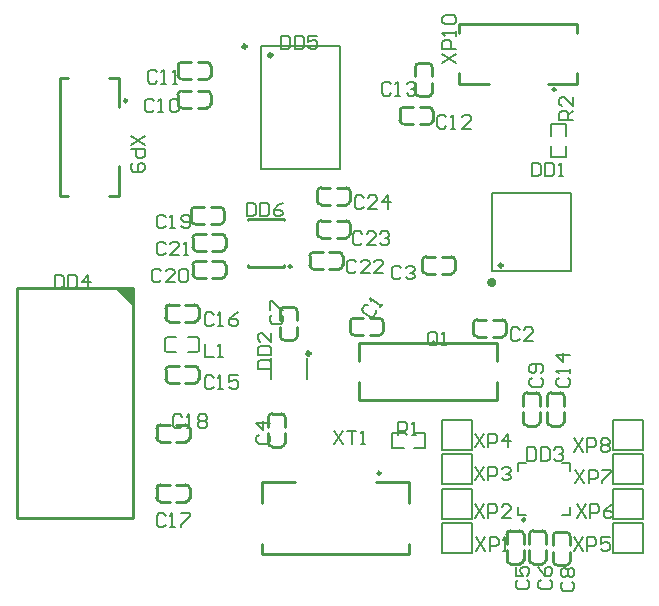
<source format=gto>
G04*
G04 #@! TF.GenerationSoftware,Altium Limited,Altium Designer,24.2.2 (26)*
G04*
G04 Layer_Color=65535*
%FSLAX44Y44*%
%MOMM*%
G71*
G04*
G04 #@! TF.SameCoordinates,F77653A4-241C-4A06-9F2E-C48980E71D5F*
G04*
G04*
G04 #@! TF.FilePolarity,Positive*
G04*
G01*
G75*
%ADD10C,0.2540*%
%ADD11C,0.4000*%
%ADD12C,0.3000*%
%ADD13C,0.2500*%
%ADD14C,0.2000*%
%ADD15C,0.1524*%
%ADD16C,0.1520*%
%ADD17C,0.2032*%
%ADD18C,0.2030*%
G36*
X544830Y708660D02*
X529590D01*
X544830Y692150D01*
Y708660D01*
D02*
G37*
D10*
X756850Y679638D02*
G03*
X753752Y682736I-3098J0D01*
G01*
Y668540D02*
G03*
X756850Y671638I0J3098D01*
G01*
X729051Y671643D02*
G03*
X732149Y668544I3098J0D01*
G01*
Y682741D02*
G03*
X729051Y679642I0J-3098D01*
G01*
X833190Y670372D02*
G03*
X836288Y667274I3098J-0D01*
G01*
Y681470D02*
G03*
X833190Y678372I0J-3098D01*
G01*
X860989Y678367D02*
G03*
X857891Y681466I-3098J0D01*
G01*
Y667269D02*
G03*
X860989Y670368I-0J3098D01*
G01*
X817810Y731708D02*
G03*
X814712Y734806I-3098J0D01*
G01*
Y720610D02*
G03*
X817810Y723708I0J3098D01*
G01*
X790011Y723712D02*
G03*
X793109Y720614I3098J0D01*
G01*
Y734811D02*
G03*
X790011Y731712I0J-3098D01*
G01*
X670748Y574110D02*
G03*
X673846Y577208I0J3098D01*
G01*
X659650D02*
G03*
X662748Y574110I3098J0D01*
G01*
X662753Y601909D02*
G03*
X659654Y598811I0J-3098D01*
G01*
X673851D02*
G03*
X670752Y601909I-3098J-0D01*
G01*
X864682Y502850D02*
G03*
X861584Y499752I-0J-3098D01*
G01*
X875780D02*
G03*
X872682Y502850I-3098J0D01*
G01*
X872678Y475051D02*
G03*
X875776Y478149I0J3098D01*
G01*
X861579D02*
G03*
X864678Y475051I3098J0D01*
G01*
X883732Y502850D02*
G03*
X880634Y499752I-0J-3098D01*
G01*
X894830D02*
G03*
X891732Y502850I-3098J0D01*
G01*
X891728Y475051D02*
G03*
X894826Y478149I0J3098D01*
G01*
X880629D02*
G03*
X883728Y475051I3098J0D01*
G01*
X672912Y692080D02*
G03*
X669814Y688982I-0J-3098D01*
G01*
X684010D02*
G03*
X680912Y692080I-3098J0D01*
G01*
X680908Y664281D02*
G03*
X684006Y667379I0J3098D01*
G01*
X669809D02*
G03*
X672908Y664281I3098J0D01*
G01*
X904052Y501580D02*
G03*
X900954Y498482I-0J-3098D01*
G01*
X915150D02*
G03*
X912052Y501580I-3098J0D01*
G01*
X912048Y473781D02*
G03*
X915146Y476879I0J3098D01*
G01*
X900949D02*
G03*
X904048Y473781I3098J0D01*
G01*
X886648Y591890D02*
G03*
X889746Y594988I0J3098D01*
G01*
X875550D02*
G03*
X878648Y591890I3098J0D01*
G01*
X878652Y619689D02*
G03*
X875554Y616591I0J-3098D01*
G01*
X889751D02*
G03*
X886652Y619689I-3098J-0D01*
G01*
X610935Y872148D02*
G03*
X607837Y875247I-3098J0D01*
G01*
Y861050D02*
G03*
X610935Y864148I0J3098D01*
G01*
X583136Y864153D02*
G03*
X586234Y861055I3098J0D01*
G01*
Y875251D02*
G03*
X583136Y872153I0J-3098D01*
G01*
X583135Y888283D02*
G03*
X586233Y885184I3098J-0D01*
G01*
Y899381D02*
G03*
X583135Y896282I0J-3098D01*
G01*
X610934Y896278D02*
G03*
X607836Y899376I-3098J0D01*
G01*
Y885179D02*
G03*
X610934Y888278I-0J3098D01*
G01*
X798895Y858178D02*
G03*
X795797Y861277I-3098J0D01*
G01*
Y847080D02*
G03*
X798895Y850178I0J3098D01*
G01*
X771096Y850183D02*
G03*
X774194Y847085I3098J0D01*
G01*
Y861282D02*
G03*
X771096Y858183I0J-3098D01*
G01*
X787347Y898561D02*
G03*
X784249Y895462I-0J-3098D01*
G01*
X798445D02*
G03*
X795347Y898561I-3098J0D01*
G01*
X795342Y870761D02*
G03*
X798441Y873859I0J3098D01*
G01*
X784244D02*
G03*
X787343Y870761I3098J0D01*
G01*
X906968Y591890D02*
G03*
X910066Y594988I0J3098D01*
G01*
X895870D02*
G03*
X898968Y591890I3098J0D01*
G01*
X898972Y619689D02*
G03*
X895874Y616591I0J-3098D01*
G01*
X910071D02*
G03*
X906972Y619689I-3098J-0D01*
G01*
X600640Y638998D02*
G03*
X597542Y642096I-3098J0D01*
G01*
Y627900D02*
G03*
X600640Y630998I0J3098D01*
G01*
X572841Y631003D02*
G03*
X575939Y627904I3098J0D01*
G01*
Y642101D02*
G03*
X572841Y639002I0J-3098D01*
G01*
X572840Y683072D02*
G03*
X575938Y679974I3098J-0D01*
G01*
Y694170D02*
G03*
X572840Y691072I0J-3098D01*
G01*
X600639Y691068D02*
G03*
X597541Y694166I-3098J0D01*
G01*
Y679969D02*
G03*
X600639Y683068I-0J3098D01*
G01*
X565220Y530672D02*
G03*
X568318Y527574I3098J-0D01*
G01*
Y541770D02*
G03*
X565220Y538672I0J-3098D01*
G01*
X593019Y538667D02*
G03*
X589921Y541766I-3098J0D01*
G01*
Y527569D02*
G03*
X593019Y530668I-0J3098D01*
G01*
X593020Y589468D02*
G03*
X589922Y592566I-3098J0D01*
G01*
Y578370D02*
G03*
X593020Y581468I0J3098D01*
G01*
X565221Y581473D02*
G03*
X568319Y578374I3098J0D01*
G01*
Y592571D02*
G03*
X565221Y589472I0J-3098D01*
G01*
X594430Y765622D02*
G03*
X597528Y762524I3098J-0D01*
G01*
Y776720D02*
G03*
X594430Y773622I0J-3098D01*
G01*
X622229Y773617D02*
G03*
X619131Y776716I-3098J0D01*
G01*
Y762519D02*
G03*
X622229Y765618I-0J3098D01*
G01*
X623500Y727898D02*
G03*
X620402Y730996I-3098J0D01*
G01*
Y716800D02*
G03*
X623500Y719898I0J3098D01*
G01*
X595701Y719902D02*
G03*
X598799Y716804I3098J0D01*
G01*
Y731001D02*
G03*
X595701Y727902I0J-3098D01*
G01*
X595700Y742762D02*
G03*
X598798Y739664I3098J-0D01*
G01*
Y753860D02*
G03*
X595700Y750762I0J-3098D01*
G01*
X623499Y750758D02*
G03*
X620401Y753856I-3098J0D01*
G01*
Y739659D02*
G03*
X623499Y742758I-0J3098D01*
G01*
X722560Y735518D02*
G03*
X719462Y738616I-3098J0D01*
G01*
Y724420D02*
G03*
X722560Y727518I0J3098D01*
G01*
X694761Y727523D02*
G03*
X697859Y724424I3098J0D01*
G01*
Y738621D02*
G03*
X694761Y735522I0J-3098D01*
G01*
X728910Y762188D02*
G03*
X725812Y765286I-3098J0D01*
G01*
Y751090D02*
G03*
X728910Y754188I0J3098D01*
G01*
X701111Y754193D02*
G03*
X704209Y751094I3098J0D01*
G01*
Y765291D02*
G03*
X701111Y762192I0J-3098D01*
G01*
X728910Y790128D02*
G03*
X725812Y793226I-3098J0D01*
G01*
Y779030D02*
G03*
X728910Y782128I0J3098D01*
G01*
X701111Y782132D02*
G03*
X704209Y779034I3098J0D01*
G01*
Y793231D02*
G03*
X701111Y790132I0J-3098D01*
G01*
X858154Y727349D02*
G03*
X858154Y727349I-1704J0D01*
G01*
X679449Y726439D02*
G03*
X679449Y726439I-1270J0D01*
G01*
X539884Y866880D02*
G03*
X539884Y866880I-1270J0D01*
G01*
X902970Y876301D02*
G03*
X902970Y876301I-1270J0D01*
G01*
X754700Y551599D02*
G03*
X754700Y551599I-1270J0D01*
G01*
X732148Y668544D02*
X740148D01*
X745753Y668540D02*
X753752D01*
X732148Y682741D02*
X740148D01*
X745753Y682736D02*
X753752D01*
X729051Y671643D02*
Y679643D01*
X756850Y671637D02*
Y679638D01*
X849892Y681466D02*
X857892D01*
X836288Y681470D02*
X844287D01*
X849892Y667269D02*
X857892D01*
X836288Y667274D02*
X844287D01*
X860989Y670367D02*
Y678367D01*
X833190Y670372D02*
Y678372D01*
X793108Y720614D02*
X801108D01*
X806713Y720610D02*
X814712D01*
X793108Y734811D02*
X801108D01*
X806713Y734806D02*
X814712D01*
X790011Y723712D02*
Y731713D01*
X817810Y723708D02*
Y731708D01*
X659654Y590812D02*
Y598812D01*
X659650Y577208D02*
Y585207D01*
X673851Y590812D02*
Y598812D01*
X673846Y577208D02*
Y585207D01*
X662753Y601909D02*
X670753D01*
X662747Y574110D02*
X670748D01*
X875776Y478148D02*
Y486148D01*
X875780Y491753D02*
Y499752D01*
X861579Y478148D02*
Y486148D01*
X861584Y491753D02*
Y499752D01*
X864677Y475051D02*
X872678D01*
X864682Y502850D02*
X872682D01*
X894826Y478148D02*
Y486148D01*
X894830Y491753D02*
Y499752D01*
X880629Y478148D02*
Y486148D01*
X880634Y491753D02*
Y499752D01*
X883727Y475051D02*
X891728D01*
X883732Y502850D02*
X891732D01*
X684006Y667378D02*
Y675378D01*
X684010Y680983D02*
Y688982D01*
X669809Y667378D02*
Y675378D01*
X669814Y680983D02*
Y688982D01*
X672907Y664281D02*
X680908D01*
X672912Y692080D02*
X680912D01*
X915146Y476878D02*
Y484878D01*
X915150Y490483D02*
Y498482D01*
X900949Y476878D02*
Y484878D01*
X900954Y490483D02*
Y498482D01*
X904047Y473781D02*
X912048D01*
X904052Y501580D02*
X912053D01*
X875554Y608592D02*
Y616592D01*
X875550Y594988D02*
Y602987D01*
X889751Y608592D02*
Y616592D01*
X889746Y594988D02*
Y602987D01*
X878652Y619689D02*
X886653D01*
X878648Y591890D02*
X886648D01*
X586233Y861055D02*
X594233D01*
X599837Y861050D02*
X607837D01*
X586233Y875251D02*
X594233D01*
X599837Y875247D02*
X607837D01*
X583136Y864153D02*
Y872153D01*
X610935Y864148D02*
Y872148D01*
X599837Y899376D02*
X607836D01*
X586232Y899381D02*
X594232D01*
X599837Y885179D02*
X607836D01*
X586232Y885184D02*
X594232D01*
X610934Y888277D02*
Y896278D01*
X583135Y888283D02*
Y896283D01*
X774193Y847085D02*
X782193D01*
X787797Y847080D02*
X795797D01*
X774193Y861282D02*
X782193D01*
X787797Y861277D02*
X795797D01*
X771096Y850183D02*
Y858183D01*
X798895Y850178D02*
Y858178D01*
X798441Y873859D02*
Y881859D01*
X798445Y887463D02*
Y895463D01*
X784244Y873859D02*
Y881859D01*
X784249Y887463D02*
Y895463D01*
X787342Y870761D02*
X795342D01*
X787347Y898561D02*
X795347D01*
X895874Y608592D02*
Y616592D01*
X895870Y594988D02*
Y602987D01*
X910071Y608592D02*
Y616592D01*
X910066Y594988D02*
Y602987D01*
X898972Y619689D02*
X906973D01*
X898968Y591890D02*
X906968D01*
X575938Y627904D02*
X583938D01*
X589543Y627900D02*
X597542D01*
X575938Y642101D02*
X583938D01*
X589543Y642096D02*
X597542D01*
X572841Y631003D02*
Y639003D01*
X600640Y630998D02*
Y638998D01*
X589542Y694166D02*
X597542D01*
X575938Y694170D02*
X583937D01*
X589542Y679969D02*
X597542D01*
X575938Y679974D02*
X583937D01*
X600639Y683067D02*
Y691068D01*
X572840Y683072D02*
Y691072D01*
X581922Y541766D02*
X589922D01*
X568318Y541770D02*
X576317D01*
X581922Y527569D02*
X589922D01*
X568318Y527574D02*
X576317D01*
X593019Y530667D02*
Y538667D01*
X565220Y530672D02*
Y538672D01*
X568318Y578374D02*
X576318D01*
X581923Y578370D02*
X589922D01*
X568318Y592571D02*
X576318D01*
X581923Y592566D02*
X589922D01*
X565221Y581473D02*
Y589473D01*
X593020Y581468D02*
Y589468D01*
X611132Y776716D02*
X619132D01*
X597528Y776720D02*
X605527D01*
X611132Y762519D02*
X619132D01*
X597528Y762524D02*
X605527D01*
X622229Y765617D02*
Y773617D01*
X594430Y765622D02*
Y773623D01*
X598798Y716804D02*
X606798D01*
X612403Y716800D02*
X620402D01*
X598798Y731001D02*
X606798D01*
X612403Y730996D02*
X620402D01*
X595701Y719902D02*
Y727903D01*
X623500Y719898D02*
Y727898D01*
X612402Y753856D02*
X620402D01*
X598798Y753860D02*
X606797D01*
X612402Y739659D02*
X620402D01*
X598798Y739664D02*
X606797D01*
X623499Y742757D02*
Y750758D01*
X595700Y742762D02*
Y750762D01*
X697858Y724424D02*
X705858D01*
X711463Y724420D02*
X719462D01*
X697858Y738621D02*
X705858D01*
X711463Y738616D02*
X719462D01*
X694761Y727523D02*
Y735523D01*
X722560Y727517D02*
Y735518D01*
X704208Y751094D02*
X712208D01*
X717813Y751090D02*
X725812D01*
X704208Y765291D02*
X712208D01*
X717813Y765286D02*
X725812D01*
X701111Y754193D02*
Y762193D01*
X728910Y754187D02*
Y762188D01*
X704208Y779034D02*
X712208D01*
X717813Y779030D02*
X725812D01*
X704208Y793231D02*
X712208D01*
X717813Y793226D02*
X725812D01*
X701111Y782132D02*
Y790133D01*
X728910Y782128D02*
Y790128D01*
X545079Y513370D02*
Y708370D01*
X447078Y513370D02*
X545079D01*
X447078D02*
Y708370D01*
X545079D01*
X642619Y726439D02*
X673099D01*
X642619Y767079D02*
X673099D01*
X642619Y726439D02*
Y727958D01*
Y765560D02*
Y767079D01*
X673099Y726439D02*
Y727958D01*
Y765560D02*
Y767079D01*
X736519Y613540D02*
X853519Y613540D01*
X736519Y646540D02*
Y661540D01*
Y661540D02*
X853519D01*
X736519Y613540D02*
Y628540D01*
X853519Y646540D02*
Y661540D01*
Y613540D02*
Y628540D01*
X533534Y786401D02*
Y811339D01*
Y861462D02*
Y886400D01*
X524916D02*
X533534D01*
X483104D02*
X490293D01*
X524916Y786401D02*
X533534D01*
X483104D02*
X490293D01*
X483104D02*
Y886400D01*
X821220Y881380D02*
X846159D01*
X896282D02*
X921220D01*
Y889999D01*
Y924622D02*
Y931810D01*
X821220Y881380D02*
Y889999D01*
Y924622D02*
Y931810D01*
X921220D01*
X654050Y482840D02*
X778510D01*
X654050D02*
Y491489D01*
Y543800D02*
X681990D01*
X654050Y526112D02*
Y543800D01*
X778510Y526112D02*
Y543800D01*
X750491D02*
X778510D01*
Y482840D02*
Y491489D01*
D11*
X848750Y715050D02*
G03*
X848775Y715050I13J-2000D01*
G01*
D12*
X695096Y652954D02*
G03*
X695096Y652954I-1501J0D01*
G01*
X662882Y905510D02*
G03*
X662882Y905510I-1501J0D01*
G01*
X641068Y912904D02*
G03*
X641068Y912904I-1501J0D01*
G01*
D13*
X875779Y513315D02*
G03*
X875804Y513315I13J-1250D01*
G01*
D14*
X853694Y789051D02*
X915670D01*
Y722503D02*
Y789051D01*
X849376Y722503D02*
X915670D01*
X849376D02*
Y789051D01*
X856996D01*
X870809Y516481D02*
X877559D01*
X870809D02*
Y523231D01*
X908059Y516481D02*
X914809D01*
Y523231D01*
Y553731D02*
Y560481D01*
X908059D02*
X914809D01*
X870809Y553731D02*
Y560481D01*
X877559D01*
D15*
X661648Y631317D02*
Y648841D01*
X692172Y631317D02*
Y648841D01*
X653856Y913322D02*
X720284D01*
Y808798D02*
Y913322D01*
X653856Y808798D02*
X720284D01*
X653856D02*
Y913322D01*
X599440Y666914D02*
X600981Y665390D01*
Y655226D02*
Y665390D01*
X599440Y653900D02*
X600981Y655226D01*
X572499Y655410D02*
X574040Y653900D01*
X572499Y655410D02*
Y665574D01*
X574040Y666900D01*
X782772Y572514D02*
X792361D01*
Y585726D01*
X782772D02*
X792361D01*
X764659Y572514D02*
X774248D01*
X764659D02*
Y585726D01*
X774248D01*
X898904Y819269D02*
Y828858D01*
Y819269D02*
X912116D01*
Y828858D01*
X898904Y837382D02*
Y846971D01*
X912116D01*
Y837382D02*
Y846971D01*
X744201Y694223D02*
X741548Y693756D01*
X739364Y690636D01*
X739831Y687984D01*
X746071Y683614D01*
X748724Y684082D01*
X750908Y687202D01*
X750441Y689854D01*
X754185Y691882D02*
X756370Y695002D01*
X755278Y693442D01*
X745918Y699996D01*
X746385Y697343D01*
X872487Y673097D02*
X870583Y675001D01*
X866774D01*
X864870Y673097D01*
Y665479D01*
X866774Y663575D01*
X870583D01*
X872487Y665479D01*
X883914Y663575D02*
X876296D01*
X883914Y671192D01*
Y673097D01*
X882010Y675001D01*
X878201D01*
X876296Y673097D01*
X772158Y725167D02*
X770253Y727071D01*
X766444D01*
X764540Y725167D01*
Y717549D01*
X766444Y715645D01*
X770253D01*
X772158Y717549D01*
X775966Y725167D02*
X777871Y727071D01*
X781680D01*
X783584Y725167D01*
Y723262D01*
X781680Y721358D01*
X779775D01*
X781680D01*
X783584Y719454D01*
Y717549D01*
X781680Y715645D01*
X777871D01*
X775966Y717549D01*
X651513Y584198D02*
X649609Y582293D01*
Y578484D01*
X651513Y576580D01*
X659131D01*
X661035Y578484D01*
Y582293D01*
X659131Y584198D01*
X661035Y593719D02*
X649609D01*
X655322Y588006D01*
Y595624D01*
X871223Y461007D02*
X869319Y459103D01*
Y455294D01*
X871223Y453390D01*
X878841D01*
X880745Y455294D01*
Y459103D01*
X878841Y461007D01*
X869319Y472434D02*
Y464816D01*
X875032D01*
X873128Y468625D01*
Y470530D01*
X875032Y472434D01*
X878841D01*
X880745Y470530D01*
Y466721D01*
X878841Y464816D01*
X890273Y461007D02*
X888369Y459103D01*
Y455294D01*
X890273Y453390D01*
X897891D01*
X899795Y455294D01*
Y459103D01*
X897891Y461007D01*
X888369Y472434D02*
X890273Y468625D01*
X894082Y464816D01*
X897891D01*
X899795Y466721D01*
Y470530D01*
X897891Y472434D01*
X895986D01*
X894082Y470530D01*
Y464816D01*
X662943Y685798D02*
X661039Y683893D01*
Y680084D01*
X662943Y678180D01*
X670561D01*
X672465Y680084D01*
Y683893D01*
X670561Y685798D01*
X661039Y689606D02*
Y697224D01*
X662943D01*
X670561Y689606D01*
X672465D01*
X909323Y459738D02*
X907419Y457833D01*
Y454024D01*
X909323Y452120D01*
X916941D01*
X918845Y454024D01*
Y457833D01*
X916941Y459738D01*
X909323Y463546D02*
X907419Y465451D01*
Y469259D01*
X909323Y471164D01*
X911227D01*
X913132Y469259D01*
X915036Y471164D01*
X916941D01*
X918845Y469259D01*
Y465451D01*
X916941Y463546D01*
X915036D01*
X913132Y465451D01*
X911227Y463546D01*
X909323D01*
X913132Y465451D02*
Y469259D01*
X882653Y632458D02*
X880749Y630553D01*
Y626744D01*
X882653Y624840D01*
X890271D01*
X892175Y626744D01*
Y630553D01*
X890271Y632458D01*
Y636266D02*
X892175Y638171D01*
Y641980D01*
X890271Y643884D01*
X882653D01*
X880749Y641980D01*
Y638171D01*
X882653Y636266D01*
X884557D01*
X886462Y638171D01*
Y643884D01*
X562742Y866877D02*
X560838Y868782D01*
X557029D01*
X555125Y866877D01*
Y859260D01*
X557029Y857355D01*
X560838D01*
X562742Y859260D01*
X566551Y857355D02*
X570360D01*
X568456D01*
Y868782D01*
X566551Y866877D01*
X576073D02*
X577977Y868782D01*
X581786D01*
X583691Y866877D01*
Y859260D01*
X581786Y857355D01*
X577977D01*
X576073Y859260D01*
Y866877D01*
X565282Y891007D02*
X563378Y892912D01*
X559569D01*
X557665Y891007D01*
Y883390D01*
X559569Y881485D01*
X563378D01*
X565282Y883390D01*
X569091Y881485D02*
X572900D01*
X570996D01*
Y892912D01*
X569091Y891007D01*
X578613Y881485D02*
X582422D01*
X580518D01*
Y892912D01*
X578613Y891007D01*
X810392Y852907D02*
X808488Y854812D01*
X804679D01*
X802775Y852907D01*
Y845290D01*
X804679Y843385D01*
X808488D01*
X810392Y845290D01*
X814201Y843385D02*
X818010D01*
X816106D01*
Y854812D01*
X814201Y852907D01*
X831341Y843385D02*
X823723D01*
X831341Y851003D01*
Y852907D01*
X829436Y854812D01*
X825628D01*
X823723Y852907D01*
X763402Y880847D02*
X761498Y882752D01*
X757689D01*
X755785Y880847D01*
Y873230D01*
X757689Y871325D01*
X761498D01*
X763402Y873230D01*
X767211Y871325D02*
X771020D01*
X769116D01*
Y882752D01*
X767211Y880847D01*
X776733D02*
X778637Y882752D01*
X782446D01*
X784351Y880847D01*
Y878943D01*
X782446Y877039D01*
X780542D01*
X782446D01*
X784351Y875134D01*
Y873230D01*
X782446Y871325D01*
X778637D01*
X776733Y873230D01*
X905513Y632458D02*
X903609Y630553D01*
Y626744D01*
X905513Y624840D01*
X913131D01*
X915035Y626744D01*
Y630553D01*
X913131Y632458D01*
X915035Y636266D02*
Y640075D01*
Y638171D01*
X903609D01*
X905513Y636266D01*
X915035Y651501D02*
X903609D01*
X909322Y645788D01*
Y653406D01*
X613408Y632457D02*
X611503Y634361D01*
X607694D01*
X605790Y632457D01*
Y624839D01*
X607694Y622935D01*
X611503D01*
X613408Y624839D01*
X617216Y622935D02*
X621025D01*
X619121D01*
Y634361D01*
X617216Y632457D01*
X634356Y634361D02*
X626738D01*
Y628648D01*
X630547Y630552D01*
X632451D01*
X634356Y628648D01*
Y624839D01*
X632451Y622935D01*
X628643D01*
X626738Y624839D01*
X613408Y685797D02*
X611503Y687701D01*
X607694D01*
X605790Y685797D01*
Y678179D01*
X607694Y676275D01*
X611503D01*
X613408Y678179D01*
X617216Y676275D02*
X621025D01*
X619121D01*
Y687701D01*
X617216Y685797D01*
X634356Y687701D02*
X630547Y685797D01*
X626738Y681988D01*
Y678179D01*
X628643Y676275D01*
X632451D01*
X634356Y678179D01*
Y680084D01*
X632451Y681988D01*
X626738D01*
X572767Y515617D02*
X570863Y517521D01*
X567054D01*
X565150Y515617D01*
Y507999D01*
X567054Y506095D01*
X570863D01*
X572767Y507999D01*
X576576Y506095D02*
X580385D01*
X578481D01*
Y517521D01*
X576576Y515617D01*
X586098Y517521D02*
X593716D01*
Y515617D01*
X586098Y507999D01*
Y506095D01*
X586738Y599437D02*
X584833Y601341D01*
X581024D01*
X579120Y599437D01*
Y591819D01*
X581024Y589915D01*
X584833D01*
X586738Y591819D01*
X590546Y589915D02*
X594355D01*
X592451D01*
Y601341D01*
X590546Y599437D01*
X600068D02*
X601973Y601341D01*
X605781D01*
X607686Y599437D01*
Y597533D01*
X605781Y595628D01*
X607686Y593724D01*
Y591819D01*
X605781Y589915D01*
X601973D01*
X600068Y591819D01*
Y593724D01*
X601973Y595628D01*
X600068Y597533D01*
Y599437D01*
X601973Y595628D02*
X605781D01*
X572767Y768347D02*
X570863Y770251D01*
X567054D01*
X565150Y768347D01*
Y760729D01*
X567054Y758825D01*
X570863D01*
X572767Y760729D01*
X576576Y758825D02*
X580385D01*
X578481D01*
Y770251D01*
X576576Y768347D01*
X586098Y760729D02*
X588003Y758825D01*
X591811D01*
X593716Y760729D01*
Y768347D01*
X591811Y770251D01*
X588003D01*
X586098Y768347D01*
Y766442D01*
X588003Y764538D01*
X593716D01*
X568957Y722627D02*
X567053Y724531D01*
X563244D01*
X561340Y722627D01*
Y715009D01*
X563244Y713105D01*
X567053D01*
X568957Y715009D01*
X580384Y713105D02*
X572766D01*
X580384Y720723D01*
Y722627D01*
X578479Y724531D01*
X574671D01*
X572766Y722627D01*
X584193D02*
X586097Y724531D01*
X589906D01*
X591810Y722627D01*
Y715009D01*
X589906Y713105D01*
X586097D01*
X584193Y715009D01*
Y722627D01*
X572767Y745487D02*
X570863Y747391D01*
X567054D01*
X565150Y745487D01*
Y737869D01*
X567054Y735965D01*
X570863D01*
X572767Y737869D01*
X584194Y735965D02*
X576576D01*
X584194Y743583D01*
Y745487D01*
X582290Y747391D01*
X578481D01*
X576576Y745487D01*
X588003Y735965D02*
X591811D01*
X589907D01*
Y747391D01*
X588003Y745487D01*
X734057Y730247D02*
X732153Y732151D01*
X728344D01*
X726440Y730247D01*
Y722629D01*
X728344Y720725D01*
X732153D01*
X734057Y722629D01*
X745484Y720725D02*
X737866D01*
X745484Y728343D01*
Y730247D01*
X743579Y732151D01*
X739771D01*
X737866Y730247D01*
X756910Y720725D02*
X749293D01*
X756910Y728343D01*
Y730247D01*
X755006Y732151D01*
X751197D01*
X749293Y730247D01*
X739137Y754377D02*
X737233Y756281D01*
X733424D01*
X731520Y754377D01*
Y746759D01*
X733424Y744855D01*
X737233D01*
X739137Y746759D01*
X750564Y744855D02*
X742946D01*
X750564Y752473D01*
Y754377D01*
X748660Y756281D01*
X744851D01*
X742946Y754377D01*
X754373D02*
X756277Y756281D01*
X760086D01*
X761990Y754377D01*
Y752473D01*
X760086Y750568D01*
X758181D01*
X760086D01*
X761990Y748664D01*
Y746759D01*
X760086Y744855D01*
X756277D01*
X754373Y746759D01*
X740407Y784857D02*
X738503Y786761D01*
X734694D01*
X732790Y784857D01*
Y777239D01*
X734694Y775335D01*
X738503D01*
X740407Y777239D01*
X751834Y775335D02*
X744216D01*
X751834Y782952D01*
Y784857D01*
X749930Y786761D01*
X746121D01*
X744216Y784857D01*
X761356Y775335D02*
Y786761D01*
X755643Y781048D01*
X763260D01*
X882650Y814574D02*
Y803148D01*
X888363D01*
X890267Y805052D01*
Y812670D01*
X888363Y814574D01*
X882650D01*
X894076D02*
Y803148D01*
X899790D01*
X901694Y805052D01*
Y812670D01*
X899790Y814574D01*
X894076D01*
X905503Y803148D02*
X909311D01*
X907407D01*
Y814574D01*
X905503Y812670D01*
X650879Y640079D02*
X662305D01*
Y645792D01*
X660401Y647696D01*
X652783D01*
X650879Y645792D01*
Y640079D01*
Y651505D02*
X662305D01*
Y657218D01*
X660401Y659123D01*
X652783D01*
X650879Y657218D01*
Y651505D01*
X662305Y670549D02*
Y662931D01*
X654688Y670549D01*
X652783D01*
X650879Y668644D01*
Y664836D01*
X652783Y662931D01*
X878840Y573401D02*
Y561975D01*
X884553D01*
X886458Y563879D01*
Y571497D01*
X884553Y573401D01*
X878840D01*
X890266D02*
Y561975D01*
X895980D01*
X897884Y563879D01*
Y571497D01*
X895980Y573401D01*
X890266D01*
X901693Y571497D02*
X903597Y573401D01*
X907406D01*
X909310Y571497D01*
Y569593D01*
X907406Y567688D01*
X905501D01*
X907406D01*
X909310Y565784D01*
Y563879D01*
X907406Y561975D01*
X903597D01*
X901693Y563879D01*
X478790Y719451D02*
Y708025D01*
X484503D01*
X486408Y709929D01*
Y717547D01*
X484503Y719451D01*
X478790D01*
X490216D02*
Y708025D01*
X495929D01*
X497834Y709929D01*
Y717547D01*
X495929Y719451D01*
X490216D01*
X507356Y708025D02*
Y719451D01*
X501643Y713738D01*
X509260D01*
X670695Y922122D02*
Y910695D01*
X676408D01*
X678312Y912600D01*
Y920217D01*
X676408Y922122D01*
X670695D01*
X682121D02*
Y910695D01*
X687834D01*
X689739Y912600D01*
Y920217D01*
X687834Y922122D01*
X682121D01*
X701165D02*
X693548D01*
Y916409D01*
X697356Y918313D01*
X699261D01*
X701165Y916409D01*
Y912600D01*
X699261Y910695D01*
X695452D01*
X693548Y912600D01*
X641350Y780411D02*
Y768985D01*
X647063D01*
X648968Y770889D01*
Y778507D01*
X647063Y780411D01*
X641350D01*
X652776D02*
Y768985D01*
X658490D01*
X660394Y770889D01*
Y778507D01*
X658490Y780411D01*
X652776D01*
X671820D02*
X668011Y778507D01*
X664203Y774698D01*
Y770889D01*
X666107Y768985D01*
X669916D01*
X671820Y770889D01*
Y772794D01*
X669916Y774698D01*
X664203D01*
X605790Y661031D02*
Y649605D01*
X613408D01*
X617216D02*
X621025D01*
X619121D01*
Y661031D01*
X617216Y659127D01*
X802636Y661669D02*
Y669287D01*
X800732Y671191D01*
X796923D01*
X795019Y669287D01*
Y661669D01*
X796923Y659765D01*
X800732D01*
X798828Y663574D02*
X802636Y659765D01*
X800732D02*
X802636Y661669D01*
X806445Y659765D02*
X810254D01*
X808349D01*
Y671191D01*
X806445Y669287D01*
X769620Y583565D02*
Y594991D01*
X775333D01*
X777237Y593087D01*
Y589278D01*
X775333Y587374D01*
X769620D01*
X773429D02*
X777237Y583565D01*
X781046D02*
X784855D01*
X782951D01*
Y594991D01*
X781046Y593087D01*
X917575Y850900D02*
X906149D01*
Y856613D01*
X908053Y858518D01*
X911862D01*
X913766Y856613D01*
Y850900D01*
Y854709D02*
X917575Y858518D01*
Y869944D02*
Y862326D01*
X909958Y869944D01*
X908053D01*
X906149Y868039D01*
Y864231D01*
X908053Y862326D01*
X835660Y497201D02*
X843278Y485775D01*
Y497201D02*
X835660Y485775D01*
X847086D02*
Y497201D01*
X852800D01*
X854704Y495297D01*
Y491488D01*
X852800Y489584D01*
X847086D01*
X858513Y485775D02*
X862321D01*
X860417D01*
Y497201D01*
X858513Y495297D01*
X834390Y525141D02*
X842008Y513715D01*
Y525141D02*
X834390Y513715D01*
X845816D02*
Y525141D01*
X851529D01*
X853434Y523237D01*
Y519428D01*
X851529Y517524D01*
X845816D01*
X864860Y513715D02*
X857243D01*
X864860Y521333D01*
Y523237D01*
X862956Y525141D01*
X859147D01*
X857243Y523237D01*
X834390Y556891D02*
X842008Y545465D01*
Y556891D02*
X834390Y545465D01*
X845816D02*
Y556891D01*
X851529D01*
X853434Y554987D01*
Y551178D01*
X851529Y549274D01*
X845816D01*
X857243Y554987D02*
X859147Y556891D01*
X862956D01*
X864860Y554987D01*
Y553083D01*
X862956Y551178D01*
X861051D01*
X862956D01*
X864860Y549274D01*
Y547369D01*
X862956Y545465D01*
X859147D01*
X857243Y547369D01*
X834390Y584831D02*
X842008Y573405D01*
Y584831D02*
X834390Y573405D01*
X845816D02*
Y584831D01*
X851529D01*
X853434Y582927D01*
Y579118D01*
X851529Y577214D01*
X845816D01*
X862956Y573405D02*
Y584831D01*
X857243Y579118D01*
X864860D01*
X918210Y497201D02*
X925827Y485775D01*
Y497201D02*
X918210Y485775D01*
X929636D02*
Y497201D01*
X935350D01*
X937254Y495297D01*
Y491488D01*
X935350Y489584D01*
X929636D01*
X948680Y497201D02*
X941063D01*
Y491488D01*
X944871Y493392D01*
X946776D01*
X948680Y491488D01*
Y487679D01*
X946776Y485775D01*
X942967D01*
X941063Y487679D01*
X920750Y525141D02*
X928367Y513715D01*
Y525141D02*
X920750Y513715D01*
X932176D02*
Y525141D01*
X937889D01*
X939794Y523237D01*
Y519428D01*
X937889Y517524D01*
X932176D01*
X951220Y525141D02*
X947411Y523237D01*
X943603Y519428D01*
Y515619D01*
X945507Y513715D01*
X949316D01*
X951220Y515619D01*
Y517524D01*
X949316Y519428D01*
X943603D01*
X919480Y554351D02*
X927097Y542925D01*
Y554351D02*
X919480Y542925D01*
X930906D02*
Y554351D01*
X936619D01*
X938524Y552447D01*
Y548638D01*
X936619Y546734D01*
X930906D01*
X942333Y554351D02*
X949950D01*
Y552447D01*
X942333Y544829D01*
Y542925D01*
X918210Y581021D02*
X925827Y569595D01*
Y581021D02*
X918210Y569595D01*
X929636D02*
Y581021D01*
X935350D01*
X937254Y579117D01*
Y575308D01*
X935350Y573404D01*
X929636D01*
X941063Y579117D02*
X942967Y581021D01*
X946776D01*
X948680Y579117D01*
Y577212D01*
X946776Y575308D01*
X948680Y573404D01*
Y571499D01*
X946776Y569595D01*
X942967D01*
X941063Y571499D01*
Y573404D01*
X942967Y575308D01*
X941063Y577212D01*
Y579117D01*
X942967Y575308D02*
X946776D01*
X555016Y837371D02*
X543590Y829753D01*
X555016D02*
X543590Y837371D01*
Y825944D02*
X555016D01*
Y820231D01*
X553111Y818327D01*
X549303D01*
X547398Y820231D01*
Y825944D01*
X545494Y814518D02*
X543590Y812614D01*
Y808805D01*
X545494Y806900D01*
X553111D01*
X555016Y808805D01*
Y812614D01*
X553111Y814518D01*
X551207D01*
X549303Y812614D01*
Y806900D01*
X807089Y899160D02*
X818515Y906777D01*
X807089D02*
X818515Y899160D01*
Y910586D02*
X807089D01*
Y916300D01*
X808993Y918204D01*
X812802D01*
X814706Y916300D01*
Y910586D01*
X818515Y922013D02*
Y925821D01*
Y923917D01*
X807089D01*
X808993Y922013D01*
Y931535D02*
X807089Y933439D01*
Y937248D01*
X808993Y939152D01*
X816611D01*
X818515Y937248D01*
Y933439D01*
X816611Y931535D01*
X808993D01*
X715010Y587371D02*
X722627Y575945D01*
Y587371D02*
X715010Y575945D01*
X726436Y587371D02*
X734054D01*
X730245D01*
Y575945D01*
X737863D02*
X741671D01*
X739767D01*
Y587371D01*
X737863Y585467D01*
D16*
X591840Y653900D02*
X599460D01*
X574019Y666900D02*
X581639D01*
X591840D02*
X599460D01*
X574019Y653900D02*
X581639D01*
D17*
X806450Y483870D02*
X831850D01*
X806450D02*
Y509270D01*
X831850D01*
Y490220D02*
Y509270D01*
X806450Y513080D02*
X831850D01*
X806450D02*
Y538480D01*
X831850D01*
Y519430D02*
Y538480D01*
X806450Y542290D02*
X831850D01*
X806450D02*
Y567690D01*
X831850D01*
Y548640D02*
Y567690D01*
X806450Y571500D02*
X831850D01*
X806450D02*
Y596900D01*
X831850D01*
Y577850D02*
Y596900D01*
X951230Y483870D02*
X976630D01*
X951230D02*
Y509270D01*
X976630D01*
Y490220D02*
Y509270D01*
X951230Y513080D02*
X976630D01*
X951230D02*
Y538480D01*
X976630D01*
Y519430D02*
Y538480D01*
X951230Y542290D02*
X976630D01*
X951230D02*
Y567690D01*
X976630D01*
Y548640D02*
Y567690D01*
X951230Y571500D02*
X976630D01*
X951230D02*
Y596900D01*
X976630D01*
Y577850D02*
Y596900D01*
D18*
X831850Y483870D02*
Y490220D01*
Y513080D02*
Y519430D01*
Y542290D02*
Y548640D01*
Y571500D02*
Y577850D01*
X976630Y483870D02*
Y490220D01*
Y513080D02*
Y519430D01*
Y542290D02*
Y548640D01*
Y571500D02*
Y577850D01*
M02*

</source>
